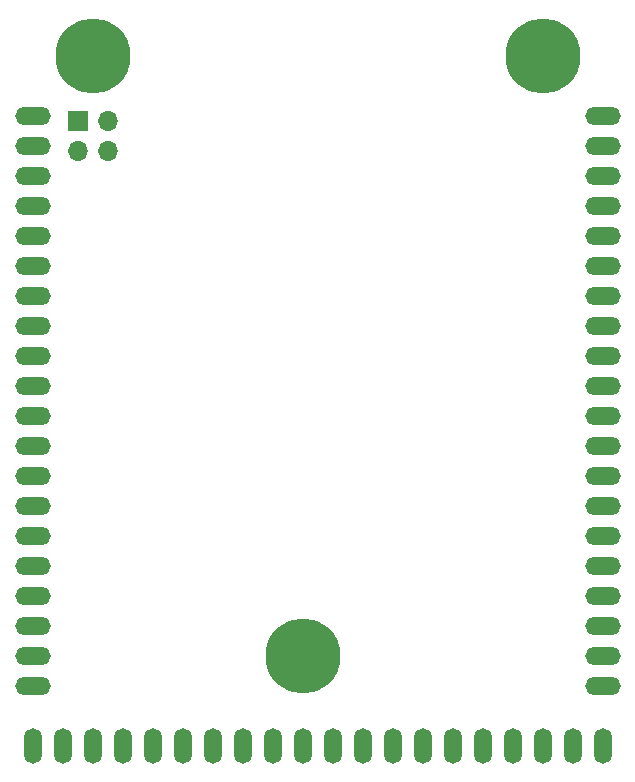
<source format=gbr>
G04 #@! TF.GenerationSoftware,KiCad,Pcbnew,5.0.0*
G04 #@! TF.CreationDate,2018-12-09T11:56:36+00:00*
G04 #@! TF.ProjectId,cw308_fe310,63773330385F66653331302E6B696361,rev?*
G04 #@! TF.SameCoordinates,Original*
G04 #@! TF.FileFunction,Soldermask,Bot*
G04 #@! TF.FilePolarity,Negative*
%FSLAX46Y46*%
G04 Gerber Fmt 4.6, Leading zero omitted, Abs format (unit mm)*
G04 Created by KiCad (PCBNEW 5.0.0) date Sun Dec  9 11:56:36 2018*
%MOMM*%
%LPD*%
G01*
G04 APERTURE LIST*
%ADD10O,2.997200X1.498600*%
%ADD11O,1.498600X2.997200*%
%ADD12C,6.350000*%
%ADD13R,1.700000X1.700000*%
%ADD14O,1.700000X1.700000*%
G04 APERTURE END LIST*
D10*
G04 #@! TO.C,J1*
X121678701Y-67030600D03*
X121678701Y-69570600D03*
X121678701Y-72110600D03*
X121678701Y-74650600D03*
X121678701Y-77190600D03*
X121678701Y-79730600D03*
X121678701Y-82270600D03*
X121678701Y-84810600D03*
X121678701Y-87350600D03*
X121678701Y-89890600D03*
X121678701Y-92430600D03*
X121678701Y-94970600D03*
X121678701Y-97510600D03*
X121678701Y-100050600D03*
X121678701Y-102590600D03*
X121678701Y-105130600D03*
X121678701Y-107670600D03*
X121678701Y-110210600D03*
X121678701Y-112750600D03*
X121678701Y-115290600D03*
D11*
X121678701Y-120370600D03*
X124218701Y-120370600D03*
X126758701Y-120370600D03*
X129298701Y-120370600D03*
X131838701Y-120370600D03*
X134378701Y-120370600D03*
X136918701Y-120370600D03*
X139458701Y-120370600D03*
X141998701Y-120370600D03*
X144538701Y-120370600D03*
X147078701Y-120370600D03*
X149618701Y-120370600D03*
X152158701Y-120370600D03*
X154698701Y-120370600D03*
X157238701Y-120370600D03*
X159778701Y-120370600D03*
X162318701Y-120370600D03*
X164858701Y-120370600D03*
X167398701Y-120370600D03*
X169938701Y-120370600D03*
D10*
X169938701Y-67030600D03*
X169938701Y-69570600D03*
X169938701Y-72110600D03*
X169938701Y-74650600D03*
X169938701Y-77190600D03*
X169938701Y-79730600D03*
X169938701Y-82270600D03*
X169938701Y-84810600D03*
X169938701Y-87350600D03*
X169938701Y-89890600D03*
X169938701Y-92430600D03*
X169938701Y-94970600D03*
X169938701Y-97510600D03*
X169938701Y-100050600D03*
X169938701Y-102590600D03*
X169938701Y-105130600D03*
X169938701Y-107670600D03*
X169938701Y-110210600D03*
X169938701Y-112750600D03*
X169938701Y-115290600D03*
D12*
X126758701Y-61950600D03*
X164858701Y-61950600D03*
X144538701Y-112750600D03*
G04 #@! TD*
D13*
G04 #@! TO.C,J2*
X125500000Y-67500000D03*
D14*
X128040000Y-67500000D03*
X125500000Y-70040000D03*
X128040000Y-70040000D03*
G04 #@! TD*
M02*

</source>
